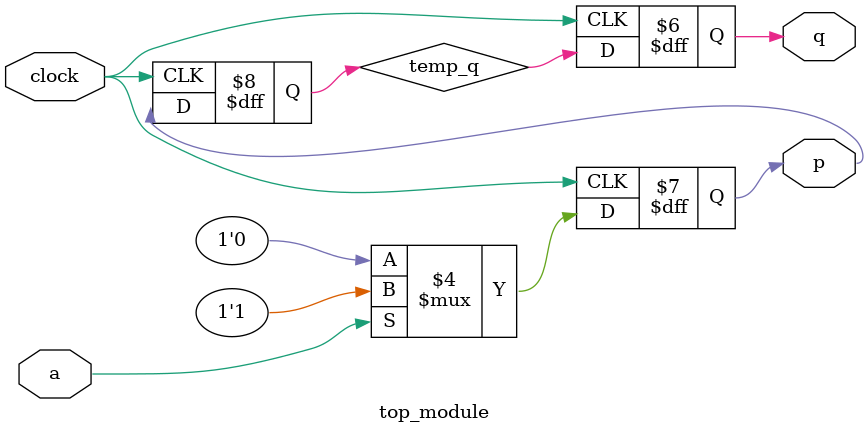
<source format=sv>
module top_module (
    input clock,
    input a, 
    output reg p,
    output reg q
);

    reg temp_q;

    always @(posedge clock) begin
        if (a) begin
            p <= 1;
        end
        else begin
            p <= 0;
        end

        temp_q <= p;
    end

    always @(negedge clock) begin
        q <= temp_q;
    end

endmodule

</source>
